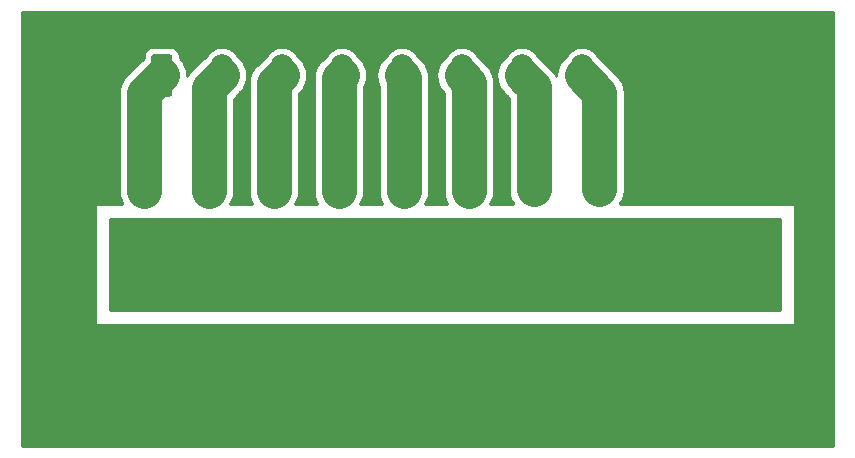
<source format=gbr>
%TF.GenerationSoftware,KiCad,Pcbnew,(5.1.9)-1*%
%TF.CreationDate,2021-03-06T23:50:07-05:00*%
%TF.ProjectId,Power_Distribution,506f7765-725f-4446-9973-747269627574,rev?*%
%TF.SameCoordinates,Original*%
%TF.FileFunction,Copper,L2,Bot*%
%TF.FilePolarity,Positive*%
%FSLAX46Y46*%
G04 Gerber Fmt 4.6, Leading zero omitted, Abs format (unit mm)*
G04 Created by KiCad (PCBNEW (5.1.9)-1) date 2021-03-06 23:50:07*
%MOMM*%
%LPD*%
G01*
G04 APERTURE LIST*
%TA.AperFunction,ComponentPad*%
%ADD10C,2.475000*%
%TD*%
%TA.AperFunction,ComponentPad*%
%ADD11C,4.000000*%
%TD*%
%TA.AperFunction,ComponentPad*%
%ADD12R,4.000000X4.000000*%
%TD*%
%TA.AperFunction,ComponentPad*%
%ADD13O,1.800000X3.600000*%
%TD*%
%TA.AperFunction,ComponentPad*%
%ADD14C,0.800000*%
%TD*%
%TA.AperFunction,ComponentPad*%
%ADD15C,7.000000*%
%TD*%
%TA.AperFunction,Conductor*%
%ADD16C,3.000000*%
%TD*%
%TA.AperFunction,Conductor*%
%ADD17C,0.254000*%
%TD*%
%TA.AperFunction,Conductor*%
%ADD18C,0.100000*%
%TD*%
G04 APERTURE END LIST*
D10*
%TO.P,F8,2_2*%
%TO.N,Net-(F8-Pad2_1)*%
X140550000Y-90940000D03*
%TO.P,F8,1_1*%
%TO.N,+12V*%
X140550000Y-102840000D03*
%TO.P,F8,2_1*%
%TO.N,Net-(F8-Pad2_1)*%
X140550000Y-94640000D03*
%TO.P,F8,1_2*%
%TO.N,+12V*%
X140550000Y-99140000D03*
%TD*%
%TO.P,F7,2_2*%
%TO.N,Net-(F7-Pad2_1)*%
X135000000Y-90940000D03*
%TO.P,F7,1_1*%
%TO.N,+12V*%
X135000000Y-102840000D03*
%TO.P,F7,2_1*%
%TO.N,Net-(F7-Pad2_1)*%
X135000000Y-94640000D03*
%TO.P,F7,1_2*%
%TO.N,+12V*%
X135000000Y-99140000D03*
%TD*%
%TO.P,F6,2_2*%
%TO.N,Net-(F6-Pad2_1)*%
X129500000Y-91050000D03*
%TO.P,F6,1_1*%
%TO.N,+12V*%
X129500000Y-102950000D03*
%TO.P,F6,2_1*%
%TO.N,Net-(F6-Pad2_1)*%
X129500000Y-94750000D03*
%TO.P,F6,1_2*%
%TO.N,+12V*%
X129500000Y-99250000D03*
%TD*%
%TO.P,F5,2_2*%
%TO.N,Net-(F5-Pad2_1)*%
X124000000Y-91050000D03*
%TO.P,F5,1_1*%
%TO.N,+12V*%
X124000000Y-102950000D03*
%TO.P,F5,2_1*%
%TO.N,Net-(F5-Pad2_1)*%
X124000000Y-94750000D03*
%TO.P,F5,1_2*%
%TO.N,+12V*%
X124000000Y-99250000D03*
%TD*%
%TO.P,F4,2_2*%
%TO.N,Net-(F4-Pad2_1)*%
X118500000Y-91050000D03*
%TO.P,F4,1_1*%
%TO.N,+12V*%
X118500000Y-102950000D03*
%TO.P,F4,2_1*%
%TO.N,Net-(F4-Pad2_1)*%
X118500000Y-94750000D03*
%TO.P,F4,1_2*%
%TO.N,+12V*%
X118500000Y-99250000D03*
%TD*%
%TO.P,F3,2_2*%
%TO.N,Net-(F3-Pad2_1)*%
X113000000Y-91050000D03*
%TO.P,F3,1_1*%
%TO.N,+12V*%
X113000000Y-102950000D03*
%TO.P,F3,2_1*%
%TO.N,Net-(F3-Pad2_1)*%
X113000000Y-94750000D03*
%TO.P,F3,1_2*%
%TO.N,+12V*%
X113000000Y-99250000D03*
%TD*%
%TO.P,F2,2_2*%
%TO.N,Net-(F2-Pad2_1)*%
X107500000Y-91050000D03*
%TO.P,F2,1_1*%
%TO.N,+12V*%
X107500000Y-102950000D03*
%TO.P,F2,2_1*%
%TO.N,Net-(F2-Pad2_1)*%
X107500000Y-94750000D03*
%TO.P,F2,1_2*%
%TO.N,+12V*%
X107500000Y-99250000D03*
%TD*%
%TO.P,F1,2_2*%
%TO.N,Net-(F1-Pad2_1)*%
X102000000Y-91050000D03*
%TO.P,F1,1_1*%
%TO.N,+12V*%
X102000000Y-102950000D03*
%TO.P,F1,2_1*%
%TO.N,Net-(F1-Pad2_1)*%
X102000000Y-94750000D03*
%TO.P,F1,1_2*%
%TO.N,+12V*%
X102000000Y-99250000D03*
%TD*%
D11*
%TO.P,TB1,2*%
%TO.N,GND*%
X152100000Y-110200000D03*
D12*
%TO.P,TB1,1*%
%TO.N,+12V*%
X152100000Y-100700000D03*
%TD*%
D13*
%TO.P,J2,8*%
%TO.N,GND*%
X103440000Y-111000000D03*
%TO.P,J2,7*%
X108520000Y-111000000D03*
%TO.P,J2,6*%
X113600000Y-111000000D03*
%TO.P,J2,5*%
X118680000Y-111000000D03*
%TO.P,J2,4*%
X123760000Y-111000000D03*
%TO.P,J2,3*%
X128840000Y-111000000D03*
%TO.P,J2,2*%
X133920000Y-111000000D03*
%TO.P,J2,1*%
%TA.AperFunction,ComponentPad*%
G36*
G01*
X139900000Y-109450000D02*
X139900000Y-112550000D01*
G75*
G02*
X139650000Y-112800000I-250000J0D01*
G01*
X138350000Y-112800000D01*
G75*
G02*
X138100000Y-112550000I0J250000D01*
G01*
X138100000Y-109450000D01*
G75*
G02*
X138350000Y-109200000I250000J0D01*
G01*
X139650000Y-109200000D01*
G75*
G02*
X139900000Y-109450000I0J-250000D01*
G01*
G37*
%TD.AperFunction*%
%TD*%
%TO.P,J1,8*%
%TO.N,Net-(F8-Pad2_1)*%
X139060000Y-85000000D03*
%TO.P,J1,7*%
%TO.N,Net-(F7-Pad2_1)*%
X133980000Y-85000000D03*
%TO.P,J1,6*%
%TO.N,Net-(F6-Pad2_1)*%
X128900000Y-85000000D03*
%TO.P,J1,5*%
%TO.N,Net-(F5-Pad2_1)*%
X123820000Y-85000000D03*
%TO.P,J1,4*%
%TO.N,Net-(F4-Pad2_1)*%
X118740000Y-85000000D03*
%TO.P,J1,3*%
%TO.N,Net-(F3-Pad2_1)*%
X113660000Y-85000000D03*
%TO.P,J1,2*%
%TO.N,Net-(F2-Pad2_1)*%
X108580000Y-85000000D03*
%TO.P,J1,1*%
%TO.N,Net-(F1-Pad2_1)*%
%TA.AperFunction,ComponentPad*%
G36*
G01*
X102600000Y-86550000D02*
X102600000Y-83450000D01*
G75*
G02*
X102850000Y-83200000I250000J0D01*
G01*
X104150000Y-83200000D01*
G75*
G02*
X104400000Y-83450000I0J-250000D01*
G01*
X104400000Y-86550000D01*
G75*
G02*
X104150000Y-86800000I-250000J0D01*
G01*
X102850000Y-86800000D01*
G75*
G02*
X102600000Y-86550000I0J250000D01*
G01*
G37*
%TD.AperFunction*%
%TD*%
D14*
%TO.P,H4,1*%
%TO.N,GND*%
X97856155Y-83143845D03*
X96000000Y-82375000D03*
X94143845Y-83143845D03*
X93375000Y-85000000D03*
X94143845Y-86856155D03*
X96000000Y-87625000D03*
X97856155Y-86856155D03*
X98625000Y-85000000D03*
D15*
X96000000Y-85000000D03*
%TD*%
D14*
%TO.P,H3,1*%
%TO.N,GND*%
X97856155Y-109143845D03*
X96000000Y-108375000D03*
X94143845Y-109143845D03*
X93375000Y-111000000D03*
X94143845Y-112856155D03*
X96000000Y-113625000D03*
X97856155Y-112856155D03*
X98625000Y-111000000D03*
D15*
X96000000Y-111000000D03*
%TD*%
D14*
%TO.P,H2,1*%
%TO.N,GND*%
X148856155Y-83143845D03*
X147000000Y-82375000D03*
X145143845Y-83143845D03*
X144375000Y-85000000D03*
X145143845Y-86856155D03*
X147000000Y-87625000D03*
X148856155Y-86856155D03*
X149625000Y-85000000D03*
D15*
X147000000Y-85000000D03*
%TD*%
D16*
%TO.N,Net-(F1-Pad2_1)*%
X102000000Y-86500000D02*
X103500000Y-85000000D01*
X102000000Y-94750000D02*
X102000000Y-86500000D01*
%TO.N,Net-(F2-Pad2_1)*%
X107500000Y-86080000D02*
X108580000Y-85000000D01*
X107500000Y-94750000D02*
X107500000Y-86080000D01*
%TO.N,Net-(F3-Pad2_1)*%
X113000000Y-85660000D02*
X113660000Y-85000000D01*
X113000000Y-94750000D02*
X113000000Y-85660000D01*
%TO.N,Net-(F4-Pad2_1)*%
X118500000Y-85240000D02*
X118740000Y-85000000D01*
X118500000Y-94750000D02*
X118500000Y-85240000D01*
%TO.N,Net-(F5-Pad2_1)*%
X124000000Y-85180000D02*
X123820000Y-85000000D01*
X124000000Y-94750000D02*
X124000000Y-85180000D01*
%TO.N,Net-(F6-Pad2_1)*%
X129500000Y-85600000D02*
X128900000Y-85000000D01*
X129500000Y-94750000D02*
X129500000Y-85600000D01*
%TO.N,Net-(F7-Pad2_1)*%
X135000000Y-86020000D02*
X133980000Y-85000000D01*
X135000000Y-94640000D02*
X135000000Y-86020000D01*
%TO.N,Net-(F8-Pad2_1)*%
X140550000Y-86490000D02*
X139060000Y-85000000D01*
X140550000Y-94640000D02*
X140550000Y-86490000D01*
%TD*%
D17*
%TO.N,+12V*%
X155873000Y-104873000D02*
X99127000Y-104873000D01*
X99127000Y-97127000D01*
X155873000Y-97127000D01*
X155873000Y-104873000D01*
%TA.AperFunction,Conductor*%
D18*
G36*
X155873000Y-104873000D02*
G01*
X99127000Y-104873000D01*
X99127000Y-97127000D01*
X155873000Y-97127000D01*
X155873000Y-104873000D01*
G37*
%TD.AperFunction*%
%TD*%
D17*
%TO.N,GND*%
X160340001Y-116340000D02*
X91660000Y-116340000D01*
X91660000Y-96000000D01*
X97873000Y-96000000D01*
X97873000Y-106000000D01*
X97875440Y-106024776D01*
X97882667Y-106048601D01*
X97894403Y-106070557D01*
X97910197Y-106089803D01*
X97929443Y-106105597D01*
X97951399Y-106117333D01*
X97975224Y-106124560D01*
X98000000Y-106127000D01*
X157000000Y-106127000D01*
X157024776Y-106124560D01*
X157048601Y-106117333D01*
X157070557Y-106105597D01*
X157089803Y-106089803D01*
X157105597Y-106070557D01*
X157117333Y-106048601D01*
X157124560Y-106024776D01*
X157127000Y-106000000D01*
X157127000Y-96000000D01*
X157124560Y-95975224D01*
X157117333Y-95951399D01*
X157105597Y-95929443D01*
X157089803Y-95910197D01*
X157070557Y-95894403D01*
X157048601Y-95882667D01*
X157024776Y-95875440D01*
X157000000Y-95873000D01*
X142300031Y-95873000D01*
X142333777Y-95831881D01*
X142532026Y-95460982D01*
X142654108Y-95058533D01*
X142685000Y-94744882D01*
X142685000Y-86594871D01*
X142695329Y-86489999D01*
X142685000Y-86385127D01*
X142685000Y-86385118D01*
X142654108Y-86071467D01*
X142532026Y-85669018D01*
X142333777Y-85298119D01*
X142200005Y-85135118D01*
X142133835Y-85054489D01*
X142133833Y-85054487D01*
X142066977Y-84973023D01*
X141985513Y-84906167D01*
X140495510Y-83416165D01*
X140387715Y-83327700D01*
X140342481Y-83243073D01*
X140150661Y-83009339D01*
X139916926Y-82817519D01*
X139650260Y-82674983D01*
X139360912Y-82587210D01*
X139060000Y-82557573D01*
X138759087Y-82587210D01*
X138469739Y-82674983D01*
X138203073Y-82817519D01*
X137969339Y-83009339D01*
X137777519Y-83243074D01*
X137732286Y-83327699D01*
X137543023Y-83483023D01*
X137276224Y-83808119D01*
X137077975Y-84179018D01*
X136955893Y-84581467D01*
X136914671Y-85000000D01*
X136923486Y-85089497D01*
X136915800Y-85075118D01*
X136783777Y-84828119D01*
X136516977Y-84503023D01*
X136435508Y-84436163D01*
X135415510Y-83416165D01*
X135307715Y-83327700D01*
X135262481Y-83243073D01*
X135070661Y-83009339D01*
X134836926Y-82817519D01*
X134570260Y-82674983D01*
X134280912Y-82587210D01*
X133980000Y-82557573D01*
X133679087Y-82587210D01*
X133389739Y-82674983D01*
X133123073Y-82817519D01*
X132889339Y-83009339D01*
X132697519Y-83243074D01*
X132652286Y-83327699D01*
X132463023Y-83483023D01*
X132196224Y-83808119D01*
X131997975Y-84179018D01*
X131875893Y-84581467D01*
X131834671Y-85000000D01*
X131875893Y-85418533D01*
X131997975Y-85820982D01*
X132196224Y-86191881D01*
X132396165Y-86435510D01*
X132674483Y-86713828D01*
X132697520Y-86756927D01*
X132865001Y-86961004D01*
X132865000Y-94744881D01*
X132895892Y-95058532D01*
X133017974Y-95460981D01*
X133216223Y-95831881D01*
X133249969Y-95873000D01*
X131320595Y-95873000D01*
X131482026Y-95570982D01*
X131604108Y-95168533D01*
X131635000Y-94854882D01*
X131635000Y-85704871D01*
X131645329Y-85599999D01*
X131635000Y-85495127D01*
X131635000Y-85495118D01*
X131604108Y-85181467D01*
X131482026Y-84779018D01*
X131283777Y-84408119D01*
X131016977Y-84083023D01*
X130935508Y-84016163D01*
X130335510Y-83416165D01*
X130227715Y-83327700D01*
X130182481Y-83243073D01*
X129990661Y-83009339D01*
X129756926Y-82817519D01*
X129490260Y-82674983D01*
X129200912Y-82587210D01*
X128900000Y-82557573D01*
X128599087Y-82587210D01*
X128309739Y-82674983D01*
X128043073Y-82817519D01*
X127809339Y-83009339D01*
X127617519Y-83243074D01*
X127572286Y-83327699D01*
X127383023Y-83483023D01*
X127116224Y-83808119D01*
X126917975Y-84179018D01*
X126795893Y-84581467D01*
X126754671Y-85000000D01*
X126795893Y-85418533D01*
X126917975Y-85820982D01*
X127116224Y-86191881D01*
X127316165Y-86435510D01*
X127365001Y-86484346D01*
X127365000Y-94854881D01*
X127395892Y-95168532D01*
X127517974Y-95570981D01*
X127679406Y-95873000D01*
X125820595Y-95873000D01*
X125982026Y-95570982D01*
X126104108Y-95168533D01*
X126135000Y-94854882D01*
X126135000Y-85284871D01*
X126145329Y-85179999D01*
X126135000Y-85075127D01*
X126135000Y-85075118D01*
X126104108Y-84761467D01*
X125982026Y-84359018D01*
X125783777Y-83988119D01*
X125516977Y-83663023D01*
X125435508Y-83596163D01*
X125255510Y-83416165D01*
X125147715Y-83327700D01*
X125102481Y-83243073D01*
X124910661Y-83009339D01*
X124676926Y-82817519D01*
X124410260Y-82674983D01*
X124120912Y-82587210D01*
X123820000Y-82557573D01*
X123519087Y-82587210D01*
X123229739Y-82674983D01*
X122963073Y-82817519D01*
X122729339Y-83009339D01*
X122537519Y-83243074D01*
X122492286Y-83327699D01*
X122303023Y-83483023D01*
X122036224Y-83808119D01*
X121837975Y-84179018D01*
X121715893Y-84581467D01*
X121674671Y-85000000D01*
X121715893Y-85418533D01*
X121837975Y-85820982D01*
X121865001Y-85871544D01*
X121865000Y-94854881D01*
X121895892Y-95168532D01*
X122017974Y-95570981D01*
X122179406Y-95873000D01*
X120320595Y-95873000D01*
X120482026Y-95570982D01*
X120604108Y-95168533D01*
X120635000Y-94854882D01*
X120635000Y-85983795D01*
X120722025Y-85820982D01*
X120844107Y-85418533D01*
X120885329Y-85000001D01*
X120844107Y-84581467D01*
X120722025Y-84179019D01*
X120523776Y-83808119D01*
X120256977Y-83483023D01*
X120067715Y-83327700D01*
X120022481Y-83243073D01*
X119830661Y-83009339D01*
X119596926Y-82817519D01*
X119330260Y-82674983D01*
X119040912Y-82587210D01*
X118740000Y-82557573D01*
X118439087Y-82587210D01*
X118149739Y-82674983D01*
X117883073Y-82817519D01*
X117649339Y-83009339D01*
X117457519Y-83243074D01*
X117412286Y-83327699D01*
X117304490Y-83416165D01*
X117064488Y-83656167D01*
X116983024Y-83723023D01*
X116916168Y-83804487D01*
X116916165Y-83804490D01*
X116716224Y-84048119D01*
X116517975Y-84419018D01*
X116395893Y-84821467D01*
X116354671Y-85240000D01*
X116365001Y-85344882D01*
X116365000Y-94854881D01*
X116395892Y-95168532D01*
X116517974Y-95570981D01*
X116679406Y-95873000D01*
X114820595Y-95873000D01*
X114982026Y-95570982D01*
X115104108Y-95168533D01*
X115135000Y-94854882D01*
X115135000Y-86544345D01*
X115243835Y-86435510D01*
X115443776Y-86191881D01*
X115642025Y-85820982D01*
X115764107Y-85418534D01*
X115805329Y-85000000D01*
X115764107Y-84581467D01*
X115642025Y-84179018D01*
X115443776Y-83808119D01*
X115176977Y-83483023D01*
X114987715Y-83327700D01*
X114942481Y-83243073D01*
X114750661Y-83009339D01*
X114516926Y-82817519D01*
X114250260Y-82674983D01*
X113960912Y-82587210D01*
X113660000Y-82557573D01*
X113359087Y-82587210D01*
X113069739Y-82674983D01*
X112803073Y-82817519D01*
X112569339Y-83009339D01*
X112377519Y-83243074D01*
X112332286Y-83327699D01*
X112224490Y-83416165D01*
X111564488Y-84076167D01*
X111483024Y-84143023D01*
X111416168Y-84224487D01*
X111416165Y-84224490D01*
X111216224Y-84468119D01*
X111017975Y-84839018D01*
X110895893Y-85241467D01*
X110854671Y-85660000D01*
X110865001Y-85764882D01*
X110865000Y-94854881D01*
X110895892Y-95168532D01*
X111017974Y-95570981D01*
X111179406Y-95873000D01*
X109320595Y-95873000D01*
X109482026Y-95570982D01*
X109604108Y-95168533D01*
X109635000Y-94854882D01*
X109635000Y-87019927D01*
X109670661Y-86990661D01*
X109862481Y-86756927D01*
X109885519Y-86713826D01*
X110163836Y-86435509D01*
X110363776Y-86191881D01*
X110562026Y-85820982D01*
X110684108Y-85418534D01*
X110725329Y-85000000D01*
X110684108Y-84581467D01*
X110562026Y-84179018D01*
X110363776Y-83808119D01*
X110096977Y-83483023D01*
X109907715Y-83327700D01*
X109862481Y-83243073D01*
X109670661Y-83009339D01*
X109436926Y-82817519D01*
X109170260Y-82674983D01*
X108880912Y-82587210D01*
X108580000Y-82557573D01*
X108279087Y-82587210D01*
X107989739Y-82674983D01*
X107723073Y-82817519D01*
X107489339Y-83009339D01*
X107297519Y-83243074D01*
X107252286Y-83327699D01*
X107144491Y-83416164D01*
X106064488Y-84496167D01*
X105983024Y-84563023D01*
X105916168Y-84644487D01*
X105916165Y-84644490D01*
X105716224Y-84888119D01*
X105642823Y-85025443D01*
X105645329Y-85000001D01*
X105604107Y-84581467D01*
X105482025Y-84179019D01*
X105283776Y-83808119D01*
X105038072Y-83508727D01*
X105038072Y-83450000D01*
X105021008Y-83276746D01*
X104970472Y-83110150D01*
X104888405Y-82956614D01*
X104777962Y-82822038D01*
X104643386Y-82711595D01*
X104489850Y-82629528D01*
X104323254Y-82578992D01*
X104150000Y-82561928D01*
X102850000Y-82561928D01*
X102676746Y-82578992D01*
X102510150Y-82629528D01*
X102356614Y-82711595D01*
X102222038Y-82822038D01*
X102111595Y-82956614D01*
X102029528Y-83110150D01*
X101978992Y-83276746D01*
X101961928Y-83450000D01*
X101961928Y-83518726D01*
X100564487Y-84916168D01*
X100483024Y-84983023D01*
X100416168Y-85064487D01*
X100416165Y-85064490D01*
X100216224Y-85308119D01*
X100017975Y-85679018D01*
X99895893Y-86081467D01*
X99854671Y-86500000D01*
X99865001Y-86604882D01*
X99865000Y-94854881D01*
X99895892Y-95168532D01*
X100017974Y-95570981D01*
X100179406Y-95873000D01*
X98000000Y-95873000D01*
X97975224Y-95875440D01*
X97951399Y-95882667D01*
X97929443Y-95894403D01*
X97910197Y-95910197D01*
X97894403Y-95929443D01*
X97882667Y-95951399D01*
X97875440Y-95975224D01*
X97873000Y-96000000D01*
X91660000Y-96000000D01*
X91660000Y-79660000D01*
X160340000Y-79660000D01*
X160340001Y-116340000D01*
%TA.AperFunction,Conductor*%
D18*
G36*
X160340001Y-116340000D02*
G01*
X91660000Y-116340000D01*
X91660000Y-96000000D01*
X97873000Y-96000000D01*
X97873000Y-106000000D01*
X97875440Y-106024776D01*
X97882667Y-106048601D01*
X97894403Y-106070557D01*
X97910197Y-106089803D01*
X97929443Y-106105597D01*
X97951399Y-106117333D01*
X97975224Y-106124560D01*
X98000000Y-106127000D01*
X157000000Y-106127000D01*
X157024776Y-106124560D01*
X157048601Y-106117333D01*
X157070557Y-106105597D01*
X157089803Y-106089803D01*
X157105597Y-106070557D01*
X157117333Y-106048601D01*
X157124560Y-106024776D01*
X157127000Y-106000000D01*
X157127000Y-96000000D01*
X157124560Y-95975224D01*
X157117333Y-95951399D01*
X157105597Y-95929443D01*
X157089803Y-95910197D01*
X157070557Y-95894403D01*
X157048601Y-95882667D01*
X157024776Y-95875440D01*
X157000000Y-95873000D01*
X142300031Y-95873000D01*
X142333777Y-95831881D01*
X142532026Y-95460982D01*
X142654108Y-95058533D01*
X142685000Y-94744882D01*
X142685000Y-86594871D01*
X142695329Y-86489999D01*
X142685000Y-86385127D01*
X142685000Y-86385118D01*
X142654108Y-86071467D01*
X142532026Y-85669018D01*
X142333777Y-85298119D01*
X142200005Y-85135118D01*
X142133835Y-85054489D01*
X142133833Y-85054487D01*
X142066977Y-84973023D01*
X141985513Y-84906167D01*
X140495510Y-83416165D01*
X140387715Y-83327700D01*
X140342481Y-83243073D01*
X140150661Y-83009339D01*
X139916926Y-82817519D01*
X139650260Y-82674983D01*
X139360912Y-82587210D01*
X139060000Y-82557573D01*
X138759087Y-82587210D01*
X138469739Y-82674983D01*
X138203073Y-82817519D01*
X137969339Y-83009339D01*
X137777519Y-83243074D01*
X137732286Y-83327699D01*
X137543023Y-83483023D01*
X137276224Y-83808119D01*
X137077975Y-84179018D01*
X136955893Y-84581467D01*
X136914671Y-85000000D01*
X136923486Y-85089497D01*
X136915800Y-85075118D01*
X136783777Y-84828119D01*
X136516977Y-84503023D01*
X136435508Y-84436163D01*
X135415510Y-83416165D01*
X135307715Y-83327700D01*
X135262481Y-83243073D01*
X135070661Y-83009339D01*
X134836926Y-82817519D01*
X134570260Y-82674983D01*
X134280912Y-82587210D01*
X133980000Y-82557573D01*
X133679087Y-82587210D01*
X133389739Y-82674983D01*
X133123073Y-82817519D01*
X132889339Y-83009339D01*
X132697519Y-83243074D01*
X132652286Y-83327699D01*
X132463023Y-83483023D01*
X132196224Y-83808119D01*
X131997975Y-84179018D01*
X131875893Y-84581467D01*
X131834671Y-85000000D01*
X131875893Y-85418533D01*
X131997975Y-85820982D01*
X132196224Y-86191881D01*
X132396165Y-86435510D01*
X132674483Y-86713828D01*
X132697520Y-86756927D01*
X132865001Y-86961004D01*
X132865000Y-94744881D01*
X132895892Y-95058532D01*
X133017974Y-95460981D01*
X133216223Y-95831881D01*
X133249969Y-95873000D01*
X131320595Y-95873000D01*
X131482026Y-95570982D01*
X131604108Y-95168533D01*
X131635000Y-94854882D01*
X131635000Y-85704871D01*
X131645329Y-85599999D01*
X131635000Y-85495127D01*
X131635000Y-85495118D01*
X131604108Y-85181467D01*
X131482026Y-84779018D01*
X131283777Y-84408119D01*
X131016977Y-84083023D01*
X130935508Y-84016163D01*
X130335510Y-83416165D01*
X130227715Y-83327700D01*
X130182481Y-83243073D01*
X129990661Y-83009339D01*
X129756926Y-82817519D01*
X129490260Y-82674983D01*
X129200912Y-82587210D01*
X128900000Y-82557573D01*
X128599087Y-82587210D01*
X128309739Y-82674983D01*
X128043073Y-82817519D01*
X127809339Y-83009339D01*
X127617519Y-83243074D01*
X127572286Y-83327699D01*
X127383023Y-83483023D01*
X127116224Y-83808119D01*
X126917975Y-84179018D01*
X126795893Y-84581467D01*
X126754671Y-85000000D01*
X126795893Y-85418533D01*
X126917975Y-85820982D01*
X127116224Y-86191881D01*
X127316165Y-86435510D01*
X127365001Y-86484346D01*
X127365000Y-94854881D01*
X127395892Y-95168532D01*
X127517974Y-95570981D01*
X127679406Y-95873000D01*
X125820595Y-95873000D01*
X125982026Y-95570982D01*
X126104108Y-95168533D01*
X126135000Y-94854882D01*
X126135000Y-85284871D01*
X126145329Y-85179999D01*
X126135000Y-85075127D01*
X126135000Y-85075118D01*
X126104108Y-84761467D01*
X125982026Y-84359018D01*
X125783777Y-83988119D01*
X125516977Y-83663023D01*
X125435508Y-83596163D01*
X125255510Y-83416165D01*
X125147715Y-83327700D01*
X125102481Y-83243073D01*
X124910661Y-83009339D01*
X124676926Y-82817519D01*
X124410260Y-82674983D01*
X124120912Y-82587210D01*
X123820000Y-82557573D01*
X123519087Y-82587210D01*
X123229739Y-82674983D01*
X122963073Y-82817519D01*
X122729339Y-83009339D01*
X122537519Y-83243074D01*
X122492286Y-83327699D01*
X122303023Y-83483023D01*
X122036224Y-83808119D01*
X121837975Y-84179018D01*
X121715893Y-84581467D01*
X121674671Y-85000000D01*
X121715893Y-85418533D01*
X121837975Y-85820982D01*
X121865001Y-85871544D01*
X121865000Y-94854881D01*
X121895892Y-95168532D01*
X122017974Y-95570981D01*
X122179406Y-95873000D01*
X120320595Y-95873000D01*
X120482026Y-95570982D01*
X120604108Y-95168533D01*
X120635000Y-94854882D01*
X120635000Y-85983795D01*
X120722025Y-85820982D01*
X120844107Y-85418533D01*
X120885329Y-85000001D01*
X120844107Y-84581467D01*
X120722025Y-84179019D01*
X120523776Y-83808119D01*
X120256977Y-83483023D01*
X120067715Y-83327700D01*
X120022481Y-83243073D01*
X119830661Y-83009339D01*
X119596926Y-82817519D01*
X119330260Y-82674983D01*
X119040912Y-82587210D01*
X118740000Y-82557573D01*
X118439087Y-82587210D01*
X118149739Y-82674983D01*
X117883073Y-82817519D01*
X117649339Y-83009339D01*
X117457519Y-83243074D01*
X117412286Y-83327699D01*
X117304490Y-83416165D01*
X117064488Y-83656167D01*
X116983024Y-83723023D01*
X116916168Y-83804487D01*
X116916165Y-83804490D01*
X116716224Y-84048119D01*
X116517975Y-84419018D01*
X116395893Y-84821467D01*
X116354671Y-85240000D01*
X116365001Y-85344882D01*
X116365000Y-94854881D01*
X116395892Y-95168532D01*
X116517974Y-95570981D01*
X116679406Y-95873000D01*
X114820595Y-95873000D01*
X114982026Y-95570982D01*
X115104108Y-95168533D01*
X115135000Y-94854882D01*
X115135000Y-86544345D01*
X115243835Y-86435510D01*
X115443776Y-86191881D01*
X115642025Y-85820982D01*
X115764107Y-85418534D01*
X115805329Y-85000000D01*
X115764107Y-84581467D01*
X115642025Y-84179018D01*
X115443776Y-83808119D01*
X115176977Y-83483023D01*
X114987715Y-83327700D01*
X114942481Y-83243073D01*
X114750661Y-83009339D01*
X114516926Y-82817519D01*
X114250260Y-82674983D01*
X113960912Y-82587210D01*
X113660000Y-82557573D01*
X113359087Y-82587210D01*
X113069739Y-82674983D01*
X112803073Y-82817519D01*
X112569339Y-83009339D01*
X112377519Y-83243074D01*
X112332286Y-83327699D01*
X112224490Y-83416165D01*
X111564488Y-84076167D01*
X111483024Y-84143023D01*
X111416168Y-84224487D01*
X111416165Y-84224490D01*
X111216224Y-84468119D01*
X111017975Y-84839018D01*
X110895893Y-85241467D01*
X110854671Y-85660000D01*
X110865001Y-85764882D01*
X110865000Y-94854881D01*
X110895892Y-95168532D01*
X111017974Y-95570981D01*
X111179406Y-95873000D01*
X109320595Y-95873000D01*
X109482026Y-95570982D01*
X109604108Y-95168533D01*
X109635000Y-94854882D01*
X109635000Y-87019927D01*
X109670661Y-86990661D01*
X109862481Y-86756927D01*
X109885519Y-86713826D01*
X110163836Y-86435509D01*
X110363776Y-86191881D01*
X110562026Y-85820982D01*
X110684108Y-85418534D01*
X110725329Y-85000000D01*
X110684108Y-84581467D01*
X110562026Y-84179018D01*
X110363776Y-83808119D01*
X110096977Y-83483023D01*
X109907715Y-83327700D01*
X109862481Y-83243073D01*
X109670661Y-83009339D01*
X109436926Y-82817519D01*
X109170260Y-82674983D01*
X108880912Y-82587210D01*
X108580000Y-82557573D01*
X108279087Y-82587210D01*
X107989739Y-82674983D01*
X107723073Y-82817519D01*
X107489339Y-83009339D01*
X107297519Y-83243074D01*
X107252286Y-83327699D01*
X107144491Y-83416164D01*
X106064488Y-84496167D01*
X105983024Y-84563023D01*
X105916168Y-84644487D01*
X105916165Y-84644490D01*
X105716224Y-84888119D01*
X105642823Y-85025443D01*
X105645329Y-85000001D01*
X105604107Y-84581467D01*
X105482025Y-84179019D01*
X105283776Y-83808119D01*
X105038072Y-83508727D01*
X105038072Y-83450000D01*
X105021008Y-83276746D01*
X104970472Y-83110150D01*
X104888405Y-82956614D01*
X104777962Y-82822038D01*
X104643386Y-82711595D01*
X104489850Y-82629528D01*
X104323254Y-82578992D01*
X104150000Y-82561928D01*
X102850000Y-82561928D01*
X102676746Y-82578992D01*
X102510150Y-82629528D01*
X102356614Y-82711595D01*
X102222038Y-82822038D01*
X102111595Y-82956614D01*
X102029528Y-83110150D01*
X101978992Y-83276746D01*
X101961928Y-83450000D01*
X101961928Y-83518726D01*
X100564487Y-84916168D01*
X100483024Y-84983023D01*
X100416168Y-85064487D01*
X100416165Y-85064490D01*
X100216224Y-85308119D01*
X100017975Y-85679018D01*
X99895893Y-86081467D01*
X99854671Y-86500000D01*
X99865001Y-86604882D01*
X99865000Y-94854881D01*
X99895892Y-95168532D01*
X100017974Y-95570981D01*
X100179406Y-95873000D01*
X98000000Y-95873000D01*
X97975224Y-95875440D01*
X97951399Y-95882667D01*
X97929443Y-95894403D01*
X97910197Y-95910197D01*
X97894403Y-95929443D01*
X97882667Y-95951399D01*
X97875440Y-95975224D01*
X97873000Y-96000000D01*
X91660000Y-96000000D01*
X91660000Y-79660000D01*
X160340000Y-79660000D01*
X160340001Y-116340000D01*
G37*
%TD.AperFunction*%
%TD*%
M02*

</source>
